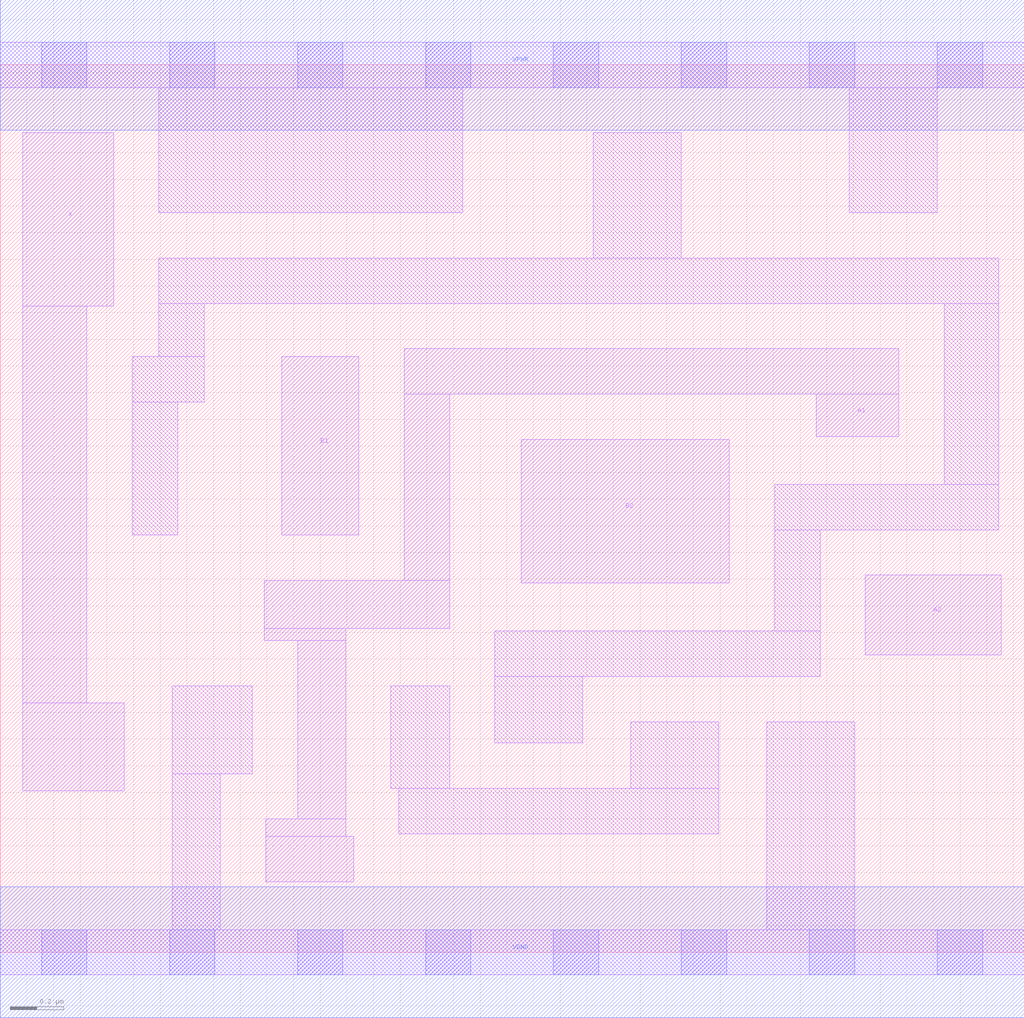
<source format=lef>
# Copyright 2020 The SkyWater PDK Authors
#
# Licensed under the Apache License, Version 2.0 (the "License");
# you may not use this file except in compliance with the License.
# You may obtain a copy of the License at
#
#     https://www.apache.org/licenses/LICENSE-2.0
#
# Unless required by applicable law or agreed to in writing, software
# distributed under the License is distributed on an "AS IS" BASIS,
# WITHOUT WARRANTIES OR CONDITIONS OF ANY KIND, either express or implied.
# See the License for the specific language governing permissions and
# limitations under the License.
#
# SPDX-License-Identifier: Apache-2.0

VERSION 5.7 ;
  NAMESCASESENSITIVE ON ;
  NOWIREEXTENSIONATPIN ON ;
  DIVIDERCHAR "/" ;
  BUSBITCHARS "[]" ;
UNITS
  DATABASE MICRONS 200 ;
END UNITS
MACRO sky130_fd_sc_lp__o22a_0
  CLASS CORE ;
  FOREIGN sky130_fd_sc_lp__o22a_0 ;
  ORIGIN  0.000000  0.000000 ;
  SIZE  3.840000 BY  3.330000 ;
  SYMMETRY X Y R90 ;
  SITE unit ;
  PIN A1
    ANTENNAGATEAREA  0.159000 ;
    DIRECTION INPUT ;
    USE SIGNAL ;
    PORT
      LAYER li1 ;
        RECT 0.990000 1.170000 1.295000 1.215000 ;
        RECT 0.990000 1.215000 1.685000 1.395000 ;
        RECT 0.995000 0.265000 1.325000 0.435000 ;
        RECT 0.995000 0.435000 1.295000 0.500000 ;
        RECT 1.115000 0.500000 1.295000 1.170000 ;
        RECT 1.515000 1.395000 1.685000 2.095000 ;
        RECT 1.515000 2.095000 3.370000 2.265000 ;
        RECT 3.060000 1.935000 3.370000 2.095000 ;
    END
  END A1
  PIN A2
    ANTENNAGATEAREA  0.159000 ;
    DIRECTION INPUT ;
    USE SIGNAL ;
    PORT
      LAYER li1 ;
        RECT 3.245000 1.115000 3.755000 1.415000 ;
    END
  END A2
  PIN B1
    ANTENNAGATEAREA  0.159000 ;
    DIRECTION INPUT ;
    USE SIGNAL ;
    PORT
      LAYER li1 ;
        RECT 1.055000 1.565000 1.345000 2.235000 ;
    END
  END B1
  PIN B2
    ANTENNAGATEAREA  0.159000 ;
    DIRECTION INPUT ;
    USE SIGNAL ;
    PORT
      LAYER li1 ;
        RECT 1.955000 1.385000 2.735000 1.925000 ;
    END
  END B2
  PIN X
    ANTENNADIFFAREA  0.280900 ;
    DIRECTION OUTPUT ;
    USE SIGNAL ;
    PORT
      LAYER li1 ;
        RECT 0.085000 0.605000 0.465000 0.935000 ;
        RECT 0.085000 0.935000 0.325000 2.425000 ;
        RECT 0.085000 2.425000 0.425000 3.075000 ;
    END
  END X
  PIN VGND
    DIRECTION INOUT ;
    USE GROUND ;
    PORT
      LAYER met1 ;
        RECT 0.000000 -0.245000 3.840000 0.245000 ;
    END
  END VGND
  PIN VPWR
    DIRECTION INOUT ;
    USE POWER ;
    PORT
      LAYER met1 ;
        RECT 0.000000 3.085000 3.840000 3.575000 ;
    END
  END VPWR
  OBS
    LAYER li1 ;
      RECT 0.000000 -0.085000 3.840000 0.085000 ;
      RECT 0.000000  3.245000 3.840000 3.415000 ;
      RECT 0.495000  1.565000 0.665000 2.065000 ;
      RECT 0.495000  2.065000 0.765000 2.235000 ;
      RECT 0.595000  2.235000 0.765000 2.435000 ;
      RECT 0.595000  2.435000 3.745000 2.605000 ;
      RECT 0.595000  2.775000 1.735000 3.245000 ;
      RECT 0.645000  0.085000 0.825000 0.670000 ;
      RECT 0.645000  0.670000 0.945000 1.000000 ;
      RECT 1.465000  0.615000 1.685000 1.000000 ;
      RECT 1.495000  0.445000 2.695000 0.615000 ;
      RECT 1.855000  0.785000 2.185000 1.035000 ;
      RECT 1.855000  1.035000 3.075000 1.205000 ;
      RECT 2.225000  2.605000 2.555000 3.075000 ;
      RECT 2.365000  0.615000 2.695000 0.865000 ;
      RECT 2.875000  0.085000 3.205000 0.865000 ;
      RECT 2.905000  1.205000 3.075000 1.585000 ;
      RECT 2.905000  1.585000 3.745000 1.755000 ;
      RECT 3.185000  2.775000 3.515000 3.245000 ;
      RECT 3.540000  1.755000 3.745000 2.435000 ;
    LAYER mcon ;
      RECT 0.155000 -0.085000 0.325000 0.085000 ;
      RECT 0.155000  3.245000 0.325000 3.415000 ;
      RECT 0.635000 -0.085000 0.805000 0.085000 ;
      RECT 0.635000  3.245000 0.805000 3.415000 ;
      RECT 1.115000 -0.085000 1.285000 0.085000 ;
      RECT 1.115000  3.245000 1.285000 3.415000 ;
      RECT 1.595000 -0.085000 1.765000 0.085000 ;
      RECT 1.595000  3.245000 1.765000 3.415000 ;
      RECT 2.075000 -0.085000 2.245000 0.085000 ;
      RECT 2.075000  3.245000 2.245000 3.415000 ;
      RECT 2.555000 -0.085000 2.725000 0.085000 ;
      RECT 2.555000  3.245000 2.725000 3.415000 ;
      RECT 3.035000 -0.085000 3.205000 0.085000 ;
      RECT 3.035000  3.245000 3.205000 3.415000 ;
      RECT 3.515000 -0.085000 3.685000 0.085000 ;
      RECT 3.515000  3.245000 3.685000 3.415000 ;
  END
END sky130_fd_sc_lp__o22a_0
END LIBRARY

</source>
